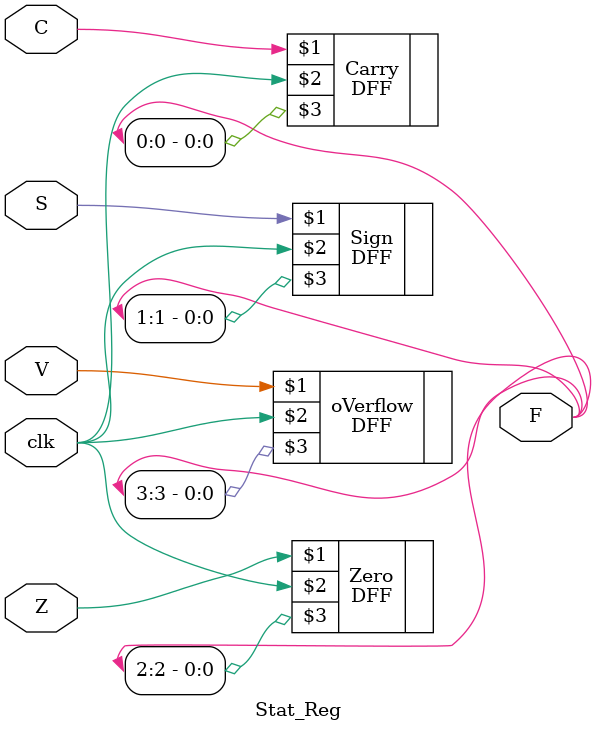
<source format=v>
`timescale 1ns / 1ps

module Stat_Reg(C, S, Z, V, clk, F);
    input C, S, Z, V, clk;
    output [3:0]F;
    
    DFF Carry(C, clk, F[0]);
    DFF Sign(S, clk, F[1]);
    DFF Zero(Z, clk, F[2]);
    DFF oVerflow(V, clk, F[3]);
    
endmodule

</source>
